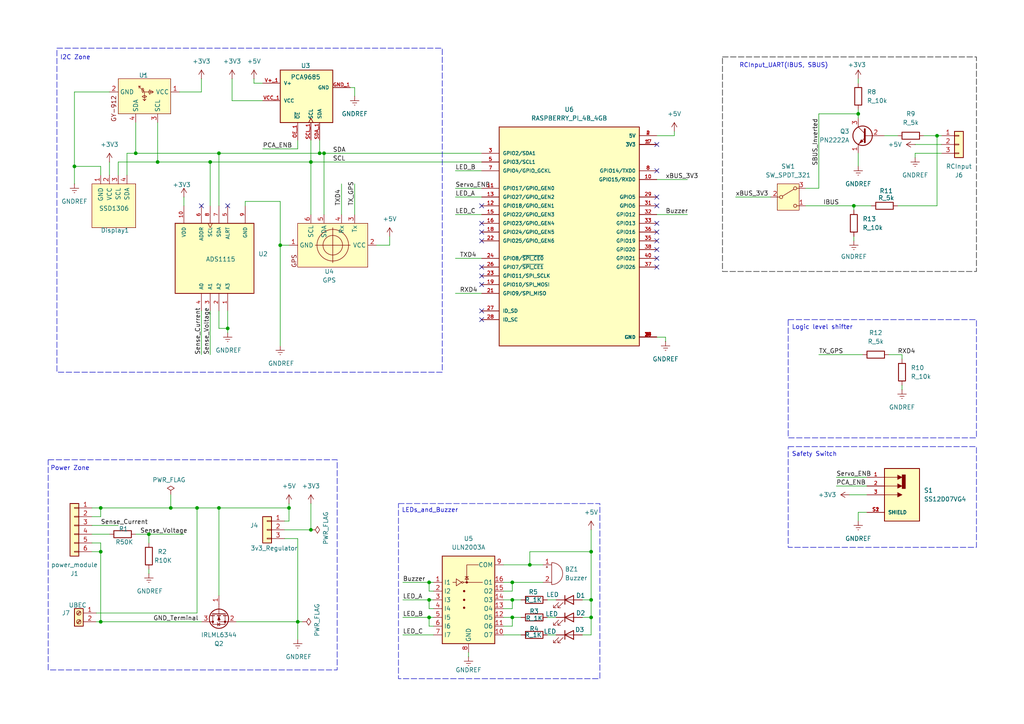
<source format=kicad_sch>
(kicad_sch (version 20231120) (generator "eeschema") (generator_version "8.0")
  (paper "A4")
  (title_block (title "OBAL V2.0") (date "2025-01-11") (rev "1.4") (company "akhodeir") (comment 1 "Open Source Board (Ardupilot)") (comment 2 "GNU v3"))
  (lib_symbols
    (symbol "815:PCA9685_Module" (pin_names (offset 1.016))
      (property "Reference" "U" (at -12.7 28.702 0))
      (property "Value" "PCA9685" (at -11.43 -9.652 0))
      (symbol "PCA9685_Module_0_0"
        (pin power_in line (at 0 -12.7 90) (length 5.08) (name "GND") (number "GND_1"))
        (pin input line (at -15.24 2.54 0) (length 5.08) (name "~{OE}") (number "OE_1"))
        (pin input clock (at -15.24 -1.27 0) (length 5.08) (name "SCL") (number "SCL_1"))
        (pin bidirectional line (at -15.24 -3.81 0) (length 5.08) (name "SDA") (number "SDA_1"))
        (pin power_in line (at 1.27 12.7 270) (length 5.08) (name "V+") (number "V+_1"))
        (pin power_in line (at -3.81 12.7 270) (length 5.08) (name "VCC") (number "VCC_1"))
      )
      (symbol "PCA9685_Module_1_0"
        (pin no_connect line (at 3.81 -12.7 90) (length 5.08) hide (name "GND") (number "GND_2"))
        (pin no_connect line (at -15.24 5.08 0) (length 5.08) hide (name "~{OE}") (number "OE_2"))
        (pin no_connect clock (at -15.24 0 0) (length 5.08) hide (name "SCL") (number "SCL_2"))
        (pin no_connect line (at -15.24 -5.08 0) (length 5.08) hide (name "SDA") (number "SDA_2"))
        (pin no_connect line (at -1.27 12.7 270) (length 5.08) hide (name "V+") (number "V+_2"))
        (pin no_connect line (at -6.35 12.7 270) (length 5.08) hide (name "VCC") (number "VCC_2"))
      )
    )
    (symbol "ADS1115:1085" (pin_names (offset 1.016))
      (property "Reference" "U" (at -10.16 10.795 0))
      (property "Value" "ADS1115" (at -10.16 -15.24 0))
      (symbol "1085_0_0"
        (pin input line (at -15.24 -5.08 0) (length 5.08) (name "A3") (number "1"))
        (pin power_in line (at 15.24 7.62 180) (length 5.08) (name "VDD") (number "10"))
        (pin input line (at -15.24 -2.54 0) (length 5.08) (name "A2") (number "2"))
        (pin input line (at -15.24 0 0) (length 5.08) (name "A1") (number "3"))
        (pin input line (at -15.24 2.54 0) (length 5.08) (name "A0") (number "4"))
        (pin output line (at 15.24 -5.08 180) (length 5.08) (name "ALRT") (number "5"))
        (pin input line (at 15.24 2.54 180) (length 5.08) (name "ADDR") (number "6"))
        (pin bidirectional line (at 15.24 -2.54 180) (length 5.08) (name "SDA") (number "7"))
        (pin input clock (at 15.24 0 180) (length 5.08) (name "SCL") (number "8"))
        (pin power_in line (at 15.24 -10.16 180) (length 5.08) (name "GND") (number "9"))
      )
    )
    (symbol "Connector:Screw_Terminal_01x02" (pin_names (offset 1.016) hide)
      (property "Reference" "J" (at 0 2.54 0))
      (property "Value" "Screw_Terminal_01x02" (at 0 -5.08 0))
      (symbol "Screw_Terminal_01x02_1_1"
        (pin passive line (at -5.08 0 0) (length 3.81) (name "Pin_1") (number "1"))
        (pin passive line (at -5.08 -2.54 0) (length 3.81) (name "Pin_2") (number "2"))
      )
    )
    (symbol "Connector_Generic:Conn_01x03" (pin_names (offset 1.016) hide)
      (property "Reference" "J" (at 0 5.08 0))
      (property "Value" "Conn_01x03" (at 0 -5.08 0))
      (symbol "Conn_01x03_1_1"
        (pin passive line (at -5.08 2.54 0) (length 3.81) (name "Pin_1") (number "1"))
        (pin passive line (at -5.08 0 0) (length 3.81) (name "Pin_2") (number "2"))
        (pin passive line (at -5.08 -2.54 0) (length 3.81) (name "Pin_3") (number "3"))
      )
    )
    (symbol "Connector_Generic:Conn_01x06" (pin_names (offset 1.016) hide)
      (property "Reference" "J" (at 0 7.62 0))
      (property "Value" "Conn_01x06" (at 0 -10.16 0))
      (symbol "Conn_01x06_1_1"
        (pin passive line (at -5.08 5.08 0) (length 3.81) (name "Pin_1") (number "1"))
        (pin passive line (at -5.08 2.54 0) (length 3.81) (name "Pin_2") (number "2"))
        (pin passive line (at -5.08 0 0) (length 3.81) (name "Pin_3") (number "3"))
        (pin passive line (at -5.08 -2.54 0) (length 3.81) (name "Pin_4") (number "4"))
        (pin passive line (at -5.08 -5.08 0) (length 3.81) (name "Pin_5") (number "5"))
        (pin passive line (at -5.08 -7.62 0) (length 3.81) (name "Pin_6") (number "6"))
      )
    )
    (symbol "Device:Buzzer" (pin_names (offset 0.0254) hide)
      (property "Reference" "BZ" (at 3.81 1.27 0))
      (property "Value" "Buzzer" (at 3.81 -1.27 0))
      (symbol "Buzzer_1_1"
        (pin passive line (at -2.54 2.54 0) (length 2.54) (name "+") (number "1"))
        (pin passive line (at -2.54 -2.54 0) (length 2.54) (name "-") (number "2"))
      )
    )
    (symbol "Device:LED" (pin_numbers hide) (pin_names (offset 1.016) hide)
      (property "Reference" "D" (at 0 2.54 0))
      (property "Value" "LED" (at 0 -2.54 0))
      (symbol "LED_1_1"
        (pin passive line (at -3.81 0 0) (length 2.54) (name "K") (number "1"))
        (pin passive line (at 3.81 0 180) (length 2.54) (name "A") (number "2"))
      )
    )
    (symbol "Device:R" (pin_numbers hide) (pin_names (offset 0))
      (property "Reference" "R" (at 2.032 0 90))
      (property "Value" "R" (at 0 0 90))
      (symbol "R_1_1"
        (pin passive line (at 0 3.81 270) (length 1.27) (name "~") (number "1"))
        (pin passive line (at 0 -3.81 90) (length 1.27) (name "~") (number "2"))
      )
    )
    (symbol "RASPBERRY_PI_4B_4GB:RASPBERRY_PI_4B_4GB" (pin_names (offset 1.016))
      (property "Reference" "U6" (at 0 38.1 0))
      (property "Value" "RASPBERRY_PI_4B_4GB" (at 0 35.56 0))
      (symbol "RASPBERRY_PI_4B_4GB_0_0"
        (pin power_in line (at 25.4 27.94 180) (length 5.08) (name "3V3") (number "1"))
        (pin bidirectional line (at 25.4 17.78 180) (length 5.08) (name "GPIO15/RXD0") (number "10"))
        (pin bidirectional line (at -25.4 15.24 0) (length 5.08) (name "GPIO17/GPIO_GEN0") (number "11"))
        (pin bidirectional line (at -25.4 10.16 0) (length 5.08) (name "GPIO18/GPIO_GEN1") (number "12"))
        (pin bidirectional line (at -25.4 12.7 0) (length 5.08) (name "GPIO27/GPIO_GEN2") (number "13"))
        (pin power_in line (at 25.4 -27.94 180) (length 5.08) (name "GND") (number "14"))
        (pin bidirectional line (at -25.4 7.62 0) (length 5.08) (name "GPIO22/GPIO_GEN3") (number "15"))
        (pin bidirectional line (at -25.4 5.08 0) (length 5.08) (name "GPIO23/GPIO_GEN4") (number "16"))
        (pin power_in line (at 25.4 27.94 180) (length 5.08) (name "3V3") (number "17"))
        (pin bidirectional line (at -25.4 2.54 0) (length 5.08) (name "GPIO24/GPIO_GEN5") (number "18"))
        (pin bidirectional line (at -25.4 -12.7 0) (length 5.08) (name "GPIO10/SPI_MOSI") (number "19"))
        (pin power_in line (at 25.4 30.48 180) (length 5.08) (name "5V") (number "2"))
        (pin power_in line (at 25.4 -27.94 180) (length 5.08) (name "GND") (number "20"))
        (pin bidirectional line (at -25.4 -15.24 0) (length 5.08) (name "GPIO9/SPI_MISO") (number "21"))
        (pin bidirectional line (at -25.4 0 0) (length 5.08) (name "GPIO25/GPIO_GEN6") (number "22"))
        (pin bidirectional line (at -25.4 -10.16 0) (length 5.08) (name "GPIO11/SPI_SCLK") (number "23"))
        (pin bidirectional line (at -25.4 -5.08 0) (length 5.08) (name "GPIO8/~{SPI_CE0}") (number "24"))
        (pin power_in line (at 25.4 -27.94 180) (length 5.08) (name "GND") (number "25"))
        (pin bidirectional line (at -25.4 -7.62 0) (length 5.08) (name "GPIO7/~{SPI_CE1}") (number "26"))
        (pin bidirectional line (at -25.4 -20.32 0) (length 5.08) (name "ID_SD") (number "27"))
        (pin bidirectional line (at -25.4 -22.86 0) (length 5.08) (name "ID_SC") (number "28"))
        (pin bidirectional line (at 25.4 12.7 180) (length 5.08) (name "GPIO5") (number "29"))
        (pin bidirectional line (at -25.4 25.4 0) (length 5.08) (name "GPIO2/SDA1") (number "3"))
        (pin power_in line (at 25.4 -27.94 180) (length 5.08) (name "GND") (number "30"))
        (pin bidirectional line (at 25.4 10.16 180) (length 5.08) (name "GPIO6") (number "31"))
        (pin bidirectional line (at 25.4 7.62 180) (length 5.08) (name "GPIO12") (number "32"))
        (pin bidirectional line (at 25.4 5.08 180) (length 5.08) (name "GPIO13") (number "33"))
        (pin power_in line (at 25.4 -27.94 180) (length 5.08) (name "GND") (number "34"))
        (pin bidirectional line (at 25.4 0 180) (length 5.08) (name "GPIO19") (number "35"))
        (pin bidirectional line (at 25.4 2.54 180) (length 5.08) (name "GPIO16") (number "36"))
        (pin bidirectional line (at 25.4 -7.62 180) (length 5.08) (name "GPIO26") (number "37"))
        (pin bidirectional line (at 25.4 -2.54 180) (length 5.08) (name "GPIO20") (number "38"))
        (pin power_in line (at 25.4 -27.94 180) (length 5.08) (name "GND") (number "39"))
        (pin power_in line (at 25.4 30.48 180) (length 5.08) (name "5V") (number "4"))
        (pin bidirectional line (at 25.4 -5.08 180) (length 5.08) (name "GPIO21") (number "40"))
        (pin bidirectional line (at -25.4 22.86 0) (length 5.08) (name "GPIO3/SCL1") (number "5"))
        (pin power_in line (at 25.4 -27.94 180) (length 5.08) (name "GND") (number "6"))
        (pin bidirectional line (at -25.4 20.32 0) (length 5.08) (name "GPIO4/GPIO_GCKL") (number "7"))
        (pin bidirectional line (at 25.4 20.32 180) (length 5.08) (name "GPIO14/TXD0") (number "8"))
        (pin power_in line (at 25.4 -27.94 180) (length 5.08) (name "GND") (number "9"))
      )
    )
    (symbol "SS12D07VG4:SS12D07VG4" (pin_names (offset 1.016))
      (property "Reference" "S" (at -5.08 8.89 0))
      (property "Value" "SS12D07VG4" (at -5.08 -8.89 0))
      (symbol "SS12D07VG4_0_0"
        (pin passive line (at -10.16 5.08 0) (length 5.08) (name "~") (number "1"))
        (pin passive line (at -10.16 2.54 0) (length 5.08) (name "~") (number "2"))
        (pin passive line (at -10.16 0 0) (length 5.08) (name "~") (number "3"))
        (pin passive line (at -10.16 -5.08 0) (length 5.08) (name "SHIELD") (number "S1"))
        (pin passive line (at -10.16 -5.08 0) (length 5.08) (name "SHIELD") (number "S2"))
      )
    )
    (symbol "SSD1306-128x64_OLED1:SSD1306" (pin_names (offset 1.016))
      (property "Reference" "Brd" (at 0 -3.81 0))
      (property "Value" "SSD1306" (at 0 -1.27 0))
      (symbol "SSD1306_1_1"
        (pin power_in line (at -3.81 8.89 270) (length 2.54) (name "GND") (number "1"))
        (pin power_in line (at -1.27 8.89 270) (length 2.54) (name "VCC") (number "2"))
        (pin input line (at 1.27 8.89 270) (length 2.54) (name "SCL") (number "3"))
        (pin input line (at 3.81 8.89 270) (length 2.54) (name "SDA") (number "4"))
      )
    )
    (symbol "Switch:SW_SPDT_321" (pin_names (offset 1) hide)
      (property "Reference" "SW" (at 0 5.08 0))
      (property "Value" "SW_SPDT_321" (at 0 -5.08 0))
      (symbol "SW_SPDT_321_1_1"
        (pin passive line (at 5.08 -2.54 180) (length 2.54) (name "C") (number "1"))
        (pin passive line (at -5.08 0 0) (length 2.54) (name "B") (number "2"))
        (pin passive line (at 5.08 2.54 180) (length 2.54) (name "A") (number "3"))
      )
    )
    (symbol "Transistor_Array:ULN2003A"
      (property "Reference" "U" (at 0 15.875 0))
      (property "Value" "ULN2003A" (at 0 13.97 0))
      (symbol "ULN2003A_1_1"
        (pin input line (at -10.16 5.08 0) (length 2.54) (name "I1") (number "1"))
        (pin open_collector line (at 10.16 -10.16 180) (length 2.54) (name "O7") (number "10"))
        (pin open_collector line (at 10.16 -7.62 180) (length 2.54) (name "O6") (number "11"))
        (pin open_collector line (at 10.16 -5.08 180) (length 2.54) (name "O5") (number "12"))
        (pin open_collector line (at 10.16 -2.54 180) (length 2.54) (name "O4") (number "13"))
        (pin open_collector line (at 10.16 0 180) (length 2.54) (name "O3") (number "14"))
        (pin open_collector line (at 10.16 2.54 180) (length 2.54) (name "O2") (number "15"))
        (pin open_collector line (at 10.16 5.08 180) (length 2.54) (name "O1") (number "16"))
        (pin input line (at -10.16 2.54 0) (length 2.54) (name "I2") (number "2"))
        (pin input line (at -10.16 0 0) (length 2.54) (name "I3") (number "3"))
        (pin input line (at -10.16 -2.54 0) (length 2.54) (name "I4") (number "4"))
        (pin input line (at -10.16 -5.08 0) (length 2.54) (name "I5") (number "5"))
        (pin input line (at -10.16 -7.62 0) (length 2.54) (name "I6") (number "6"))
        (pin input line (at -10.16 -10.16 0) (length 2.54) (name "I7") (number "7"))
        (pin power_in line (at 0 -15.24 90) (length 2.54) (name "GND") (number "8"))
        (pin passive line (at 10.16 10.16 180) (length 2.54) (name "COM") (number "9"))
      )
    )
    (symbol "Transistor_BJT:PN2222A" (pin_names (offset 0) hide)
      (property "Reference" "Q" (at 5.08 1.905 0))
      (property "Value" "PN2222A" (at 5.08 0 0))
      (symbol "PN2222A_1_1"
        (pin passive line (at 2.54 -5.08 90) (length 2.54) (name "E") (number "1"))
        (pin input line (at -5.08 0 0) (length 5.08) (name "B") (number "2"))
        (pin passive line (at 2.54 5.08 270) (length 2.54) (name "C") (number "3"))
      )
    )
    (symbol "myLibs:GY-912"
      (property "Reference" "U" (at 0 0 0))
      (symbol "GY-912_1_1"
        (text "GY-912" (at 4.826 -8.89 0) (effects (font (size 1.27 1.27))))
        (pin power_in line (at 0 10.16 270) (length 2.54) (name "VCC") (number "1"))
        (pin power_in line (at 0 -10.16 90) (length 2.54) (name "GND") (number "2"))
        (pin input line (at 8.89 3.81 180) (length 2.54) (name "SCL") (number "3"))
        (pin input line (at 8.89 -2.54 180) (length 2.54) (name "SDA") (number "4"))
        (pin no_connect non_logic (at -6.35 6.35 0) (length 2.54) hide (name "V_IN") (number "5"))
        (pin no_connect non_logic (at -6.35 3.81 0) (length 2.54) hide (name "Address") (number "6"))
        (pin no_connect non_logic (at -6.35 1.27 0) (length 2.54) hide (name "NCS") (number "7"))
        (pin no_connect non_logic (at -6.35 -1.27 0) (length 2.54) hide (name "CSB") (number "8"))
      )
    )
    (symbol "myLibs:HGLRC_M100_5883_GPS"
      (property "Reference" "U" (at 0 0 0))
      (symbol "HGLRC_M100_5883_GPS_1_1"
        (text "GPS" (at -4.572 -11.176 0) (effects (font (size 1.27 1.27))))
        (pin power_in line (at 0 -12.7 90) (length 2.54) (name "GND") (number "1"))
        (pin power_in line (at 0 12.7 270) (length 2.54) (name "VCC") (number "2"))
        (pin output line (at 8.89 6.35 180) (length 2.54) (name "Tx") (number "3"))
        (pin input line (at 8.89 2.54 180) (length 2.54) (name "Rx") (number "4"))
        (pin input line (at 8.89 -2.54 180) (length 2.54) (name "SDA") (number "5"))
        (pin input line (at 8.89 -6.35 180) (length 2.54) (name "SCL") (number "6"))
      )
    )
    (symbol "myLibs:IRLML6344" (pin_names hide)
      (property "Reference" "Q" (at 5.08 1.905 0))
      (property "Value" "IRLML6344" (at 5.08 0 0))
      (symbol "IRLML6344_1_1"
        (pin input line (at -5.08 0 0) (length 2.54) (name "G") (number "1"))
        (pin passive line (at 2.54 -5.08 90) (length 2.54) (name "D") (number "2"))
        (pin passive line (at 2.54 5.08 270) (length 2.54) (name "S") (number "3"))
      )
    )
    (symbol "power:+3V3" (power) (pin_numbers hide) (pin_names (offset 0) hide)
      (property "Value" "+3V3" (at 0 3.556 0))
      (symbol "+3V3_1_1"
        (pin power_in line (at 0 0 90) (length 0) (name "~") (number "1"))
      )
    )
    (symbol "power:+5V" (power) (pin_numbers hide) (pin_names (offset 0) hide)
      (property "Value" "+5V" (at 0 3.556 0))
      (symbol "+5V_1_1"
        (pin power_in line (at 0 0 90) (length 0) (name "~") (number "1"))
      )
    )
    (symbol "power:GNDREF" (power) (pin_numbers hide) (pin_names (offset 0) hide)
      (property "Value" "GNDREF" (at 0 -3.81 0))
      (symbol "GNDREF_1_1"
        (pin power_in line (at 0 0 270) (length 0) (name "~") (number "1"))
      )
    )
    (symbol "power:PWR_FLAG" (power) (pin_numbers hide) (pin_names (offset 0) hide)
      (property "Value" "PWR_FLAG" (at 0 3.81 0))
      (symbol "PWR_FLAG_0_0"
        (pin power_out line (at 0 0 90) (length 0) (name "~") (number "1"))
      )
    )
  )
  (junction (at 171.45 160.02))
  (junction (at 171.45 173.99))
  (junction (at 90.17 46.99))
  (junction (at 124.46 168.91))
  (junction (at 148.59 168.91))
  (junction (at 29.21 147.32))
  (junction (at 21.59 48.26))
  (junction (at 81.28 71.12))
  (junction (at 57.15 147.32))
  (junction (at 43.18 154.94))
  (junction (at 86.36 180.34))
  (junction (at 93.98 44.45))
  (junction (at 124.46 173.99))
  (junction (at 49.53 147.32))
  (junction (at 171.45 179.07))
  (junction (at 60.96 46.99))
  (junction (at 153.67 163.83))
  (junction (at 90.17 153.67))
  (junction (at 83.82 147.32))
  (junction (at 29.21 160.02))
  (junction (at 148.59 179.07))
  (junction (at 247.65 59.69))
  (junction (at 66.04 95.25))
  (junction (at 63.5 44.45))
  (junction (at 63.5 147.32))
  (junction (at 148.59 173.99))
  (junction (at 248.92 33.02))
  (junction (at 271.78 39.37))
  (junction (at 92.71 44.45))
  (junction (at 39.37 44.45))
  (junction (at 29.21 180.34))
  (junction (at 45.72 46.99))
  (junction (at 124.46 179.07))
  (no_connect (at 190.5 74.93))
  (no_connect (at 139.7 59.69))
  (no_connect (at 190.5 57.15))
  (no_connect (at 190.5 49.53))
  (no_connect (at 139.7 92.71))
  (no_connect (at 139.7 69.85))
  (no_connect (at 190.5 41.91))
  (no_connect (at 190.5 77.47))
  (no_connect (at 190.5 59.69))
  (no_connect (at 139.7 77.47))
  (no_connect (at 190.5 69.85))
  (no_connect (at 190.5 72.39))
  (no_connect (at 139.7 80.01))
  (no_connect (at 139.7 90.17))
  (no_connect (at 190.5 67.31))
  (no_connect (at 66.04 59.69))
  (no_connect (at 139.7 64.77))
  (no_connect (at 190.5 64.77))
  (no_connect (at 58.42 59.69))
  (no_connect (at 139.7 67.31))
  (no_connect (at 139.7 82.55))
  (wire (pts (xy 148.59 171.45) (xy 148.59 168.91)))
  (wire (pts (xy 168.91 173.99) (xy 171.45 173.99)))
  (wire (pts (xy 99.06 53.34) (xy 99.06 62.23)))
  (wire (pts (xy 171.45 184.15) (xy 168.91 184.15)))
  (wire (pts (xy 63.5 44.45) (xy 92.71 44.45)))
  (wire (pts (xy 158.75 184.15) (xy 161.29 184.15)))
  (wire (pts (xy 260.35 59.69) (xy 271.78 59.69)))
  (wire (pts (xy 86.36 40.64) (xy 86.36 43.18)))
  (wire (pts (xy 109.22 71.12) (xy 113.03 71.12)))
  (wire (pts (xy 246.38 143.51) (xy 251.46 143.51)))
  (wire (pts (xy 242.57 140.97) (xy 251.46 140.97)))
  (wire (pts (xy 171.45 179.07) (xy 171.45 184.15)))
  (wire (pts (xy 34.29 46.99) (xy 45.72 46.99)))
  (wire (pts (xy 43.18 154.94) (xy 53.34 154.94)))
  (wire (pts (xy 81.28 71.12) (xy 81.28 100.33)))
  (wire (pts (xy 237.49 54.61) (xy 233.68 54.61)))
  (wire (pts (xy 63.5 44.45) (xy 39.37 44.45)))
  (wire (pts (xy 90.17 40.64) (xy 90.17 46.99)))
  (wire (pts (xy 43.18 165.1) (xy 43.18 166.37)))
  (wire (pts (xy 251.46 148.59) (xy 248.92 148.59)))
  (wire (pts (xy 168.91 179.07) (xy 171.45 179.07)))
  (wire (pts (xy 265.43 44.45) (xy 273.05 44.45)))
  (wire (pts (xy 248.92 33.02) (xy 248.92 34.29)))
  (wire (pts (xy 124.46 173.99) (xy 124.46 176.53)))
  (wire (pts (xy 146.05 168.91) (xy 148.59 168.91)))
  (wire (pts (xy 153.67 163.83) (xy 157.48 163.83)))
  (wire (pts (xy 260.35 39.37) (xy 256.54 39.37)))
  (wire (pts (xy 113.03 68.58) (xy 113.03 71.12)))
  (wire (pts (xy 26.67 160.02) (xy 29.21 160.02)))
  (wire (pts (xy 237.49 33.02) (xy 237.49 54.61)))
  (wire (pts (xy 93.98 44.45) (xy 93.98 62.23)))
  (wire (pts (xy 92.71 40.64) (xy 92.71 44.45)))
  (wire (pts (xy 139.7 85.09) (xy 132.08 85.09)))
  (wire (pts (xy 60.96 90.17) (xy 60.96 102.87)))
  (wire (pts (xy 261.62 102.87) (xy 261.62 104.14)))
  (wire (pts (xy 26.67 152.4) (xy 34.29 152.4)))
  (wire (pts (xy 29.21 160.02) (xy 29.21 180.34)))
  (wire (pts (xy 116.84 179.07) (xy 124.46 179.07)))
  (wire (pts (xy 257.81 102.87) (xy 261.62 102.87)))
  (wire (pts (xy 58.42 22.86) (xy 58.42 26.67)))
  (wire (pts (xy 29.21 180.34) (xy 58.42 180.34)))
  (wire (pts (xy 271.78 39.37) (xy 271.78 59.69)))
  (wire (pts (xy 45.72 35.56) (xy 45.72 46.99)))
  (wire (pts (xy 57.15 147.32) (xy 57.15 177.8)))
  (wire (pts (xy 21.59 26.67) (xy 21.59 48.26)))
  (wire (pts (xy 92.71 44.45) (xy 93.98 44.45)))
  (wire (pts (xy 90.17 46.99) (xy 139.7 46.99)))
  (wire (pts (xy 273.05 41.91) (xy 265.43 41.91)))
  (wire (pts (xy 63.5 147.32) (xy 63.5 172.72)))
  (wire (pts (xy 261.62 111.76) (xy 261.62 113.03)))
  (wire (pts (xy 125.73 176.53) (xy 124.46 176.53)))
  (wire (pts (xy 171.45 160.02) (xy 171.45 173.99)))
  (wire (pts (xy 27.94 180.34) (xy 29.21 180.34)))
  (wire (pts (xy 67.31 29.21) (xy 76.2 29.21)))
  (wire (pts (xy 124.46 173.99) (xy 125.73 173.99)))
  (wire (pts (xy 193.04 97.79) (xy 193.04 99.06)))
  (wire (pts (xy 247.65 59.69) (xy 247.65 60.96)))
  (wire (pts (xy 247.65 68.58) (xy 247.65 69.85)))
  (wire (pts (xy 265.43 45.72) (xy 265.43 44.45)))
  (wire (pts (xy 171.45 160.02) (xy 153.67 160.02)))
  (wire (pts (xy 81.28 58.42) (xy 71.12 58.42)))
  (wire (pts (xy 26.67 157.48) (xy 29.21 157.48)))
  (wire (pts (xy 116.84 168.91) (xy 124.46 168.91)))
  (wire (pts (xy 29.21 157.48) (xy 29.21 160.02)))
  (wire (pts (xy 73.66 24.13) (xy 76.2 24.13)))
  (wire (pts (xy 237.49 33.02) (xy 248.92 33.02)))
  (wire (pts (xy 68.58 180.34) (xy 86.36 180.34)))
  (wire (pts (xy 31.75 26.67) (xy 21.59 26.67)))
  (wire (pts (xy 148.59 173.99) (xy 151.13 173.99)))
  (wire (pts (xy 248.92 44.45) (xy 248.92 48.26)))
  (wire (pts (xy 21.59 48.26) (xy 29.21 48.26)))
  (wire (pts (xy 21.59 53.34) (xy 21.59 48.26)))
  (wire (pts (xy 190.5 62.23) (xy 199.39 62.23)))
  (wire (pts (xy 71.12 58.42) (xy 71.12 59.69)))
  (wire (pts (xy 148.59 168.91) (xy 157.48 168.91)))
  (wire (pts (xy 146.05 184.15) (xy 151.13 184.15)))
  (wire (pts (xy 132.08 54.61) (xy 139.7 54.61)))
  (wire (pts (xy 36.83 44.45) (xy 36.83 50.8)))
  (wire (pts (xy 135.89 189.23) (xy 135.89 190.5)))
  (wire (pts (xy 146.05 181.61) (xy 148.59 181.61)))
  (wire (pts (xy 237.49 102.87) (xy 250.19 102.87)))
  (wire (pts (xy 58.42 90.17) (xy 58.42 102.87)))
  (wire (pts (xy 146.05 171.45) (xy 148.59 171.45)))
  (wire (pts (xy 26.67 147.32) (xy 29.21 147.32)))
  (wire (pts (xy 76.2 43.18) (xy 86.36 43.18)))
  (wire (pts (xy 63.5 95.25) (xy 66.04 95.25)))
  (wire (pts (xy 132.08 62.23) (xy 139.7 62.23)))
  (wire (pts (xy 213.36 57.15) (xy 223.52 57.15)))
  (wire (pts (xy 271.78 39.37) (xy 267.97 39.37)))
  (wire (pts (xy 27.94 177.8) (xy 57.15 177.8)))
  (wire (pts (xy 195.58 39.37) (xy 190.5 39.37)))
  (wire (pts (xy 153.67 160.02) (xy 153.67 163.83)))
  (wire (pts (xy 29.21 149.86) (xy 29.21 147.32)))
  (wire (pts (xy 102.87 53.34) (xy 102.87 62.23)))
  (wire (pts (xy 60.96 46.99) (xy 90.17 46.99)))
  (wire (pts (xy 26.67 154.94) (xy 31.75 154.94)))
  (wire (pts (xy 146.05 176.53) (xy 148.59 176.53)))
  (wire (pts (xy 86.36 180.34) (xy 86.36 185.42)))
  (wire (pts (xy 101.6 25.4) (xy 102.87 25.4)))
  (wire (pts (xy 248.92 22.86) (xy 248.92 24.13)))
  (wire (pts (xy 60.96 46.99) (xy 60.96 59.69)))
  (wire (pts (xy 34.29 46.99) (xy 34.29 50.8)))
  (wire (pts (xy 43.18 154.94) (xy 43.18 157.48)))
  (wire (pts (xy 116.84 184.15) (xy 125.73 184.15)))
  (wire (pts (xy 124.46 179.07) (xy 125.73 179.07)))
  (wire (pts (xy 57.15 147.32) (xy 63.5 147.32)))
  (wire (pts (xy 248.92 148.59) (xy 248.92 151.13)))
  (wire (pts (xy 82.55 156.21) (xy 86.36 156.21)))
  (wire (pts (xy 132.08 57.15) (xy 139.7 57.15)))
  (wire (pts (xy 39.37 154.94) (xy 43.18 154.94)))
  (wire (pts (xy 29.21 48.26) (xy 29.21 50.8)))
  (wire (pts (xy 39.37 35.56) (xy 39.37 44.45)))
  (wire (pts (xy 158.75 173.99) (xy 161.29 173.99)))
  (wire (pts (xy 233.68 59.69) (xy 247.65 59.69)))
  (wire (pts (xy 83.82 146.05) (xy 83.82 147.32)))
  (wire (pts (xy 63.5 90.17) (xy 63.5 95.25)))
  (wire (pts (xy 148.59 179.07) (xy 151.13 179.07)))
  (wire (pts (xy 90.17 46.99) (xy 90.17 62.23)))
  (wire (pts (xy 132.08 74.93) (xy 139.7 74.93)))
  (wire (pts (xy 63.5 147.32) (xy 83.82 147.32)))
  (wire (pts (xy 66.04 90.17) (xy 66.04 95.25)))
  (wire (pts (xy 247.65 59.69) (xy 252.73 59.69)))
  (wire (pts (xy 242.57 138.43) (xy 251.46 138.43)))
  (wire (pts (xy 29.21 147.32) (xy 49.53 147.32)))
  (wire (pts (xy 93.98 44.45) (xy 139.7 44.45)))
  (wire (pts (xy 195.58 38.1) (xy 195.58 39.37)))
  (wire (pts (xy 90.17 146.05) (xy 90.17 153.67)))
  (wire (pts (xy 81.28 71.12) (xy 83.82 71.12)))
  (wire (pts (xy 31.75 46.99) (xy 31.75 50.8)))
  (wire (pts (xy 124.46 179.07) (xy 124.46 181.61)))
  (wire (pts (xy 124.46 171.45) (xy 124.46 168.91)))
  (wire (pts (xy 146.05 173.99) (xy 148.59 173.99)))
  (wire (pts (xy 116.84 173.99) (xy 124.46 173.99)))
  (wire (pts (xy 73.66 22.86) (xy 73.66 24.13)))
  (wire (pts (xy 125.73 171.45) (xy 124.46 171.45)))
  (wire (pts (xy 171.45 173.99) (xy 171.45 179.07)))
  (wire (pts (xy 273.05 39.37) (xy 271.78 39.37)))
  (wire (pts (xy 67.31 22.86) (xy 67.31 29.21)))
  (wire (pts (xy 83.82 151.13) (xy 83.82 147.32)))
  (wire (pts (xy 57.15 147.32) (xy 49.53 147.32)))
  (wire (pts (xy 248.92 31.75) (xy 248.92 33.02)))
  (wire (pts (xy 125.73 181.61) (xy 124.46 181.61)))
  (wire (pts (xy 86.36 156.21) (xy 86.36 180.34)))
  (wire (pts (xy 158.75 179.07) (xy 161.29 179.07)))
  (wire (pts (xy 148.59 181.61) (xy 148.59 179.07)))
  (wire (pts (xy 53.34 57.15) (xy 53.34 59.69)))
  (wire (pts (xy 190.5 97.79) (xy 193.04 97.79)))
  (wire (pts (xy 49.53 143.51) (xy 49.53 147.32)))
  (wire (pts (xy 102.87 25.4) (xy 102.87 27.94)))
  (wire (pts (xy 82.55 151.13) (xy 83.82 151.13)))
  (wire (pts (xy 45.72 46.99) (xy 60.96 46.99)))
  (wire (pts (xy 146.05 179.07) (xy 148.59 179.07)))
  (wire (pts (xy 90.17 153.67) (xy 82.55 153.67)))
  (wire (pts (xy 81.28 71.12) (xy 81.28 58.42)))
  (wire (pts (xy 148.59 176.53) (xy 148.59 173.99)))
  (wire (pts (xy 26.67 149.86) (xy 29.21 149.86)))
  (wire (pts (xy 146.05 163.83) (xy 153.67 163.83)))
  (wire (pts (xy 87.63 180.34) (xy 86.36 180.34)))
  (wire (pts (xy 66.04 95.25) (xy 66.04 96.52)))
  (wire (pts (xy 132.08 49.53) (xy 139.7 49.53)))
  (wire (pts (xy 171.45 153.67) (xy 171.45 160.02)))
  (wire (pts (xy 124.46 168.91) (xy 125.73 168.91)))
  (wire (pts (xy 190.5 52.07) (xy 199.39 52.07)))
  (wire (pts (xy 52.07 26.67) (xy 58.42 26.67)))
  (wire (pts (xy 39.37 44.45) (xy 36.83 44.45)))
  (wire (pts (xy 63.5 44.45) (xy 63.5 59.69)))
  (rectangle (start 13.97 133.35) (end 97.79 194.31) (stroke (width 0) (type dash)))
  (rectangle (start 16.51 13.97) (end 128.27 107.95) (stroke (width 0) (type dash)))
  (rectangle (start 228.6 92.71) (end 283.21 127) (stroke (width 0) (type dash)))
  (rectangle (start 228.6 129.54) (end 283.21 158.75) (stroke (width 0) (type dash)))
  (rectangle (start 209.55 16.51) (end 283.21 78.74) (stroke (width 0) (type dash) (color 0 0 0 1)))
  (rectangle (start 115.57 146.05) (end 173.99 196.85) (stroke (width 0) (type dash)))
  (text "I2C Zone" (at 21.844 16.764 0) (effects (font (size 1.27 1.27))))
  (text "Power Zone" (at 20.32 135.89 0) (effects (font (size 1.27 1.27))))
  (text "LEDs_and_Buzzer" (at 124.714 148.082 0) (effects (font (size 1.27 1.27))))
  (text "Safety Switch" (at 236.22 131.826 0) (effects (font (size 1.27 1.27))))
  (text "Logic level shifter" (at 238.506 94.996 0) (effects (font (size 1.27 1.27))))
  (text "RCInput_UART(IBUS, SBUS)" (at 227.33 19.05 0) (effects (font (size 1.27 1.27))))
  (label "xBUS_3V3" (at 193.04 52.07 0))
  (label "TX_GPS" (at 237.49 102.87 0))
  (label "RXD4" (at 133.35 85.09 0))
  (label "TXD4" (at 133.35 74.93 0))
  (label "Buzzer" (at 116.84 168.91 0))
  (label "Servo_ENB" (at 132.08 54.61 0))
  (label "LED_C" (at 116.84 184.15 0))
  (label "Sense_Voltage" (at 40.64 154.94 0))
  (label "PCA_ENB" (at 76.2 43.18 0))
  (label "TXD4" (at 99.06 59.69 90))
  (label "PCA_ENB" (at 242.57 140.97 0))
  (label "RXD4" (at 260.35 102.87 0))
  (label "Buzzer" (at 193.04 62.23 0))
  (label "GND_Terminal" (at 44.45 180.34 0))
  (label "Sense_Voltage" (at 60.96 102.87 90))
  (label "LED_B" (at 116.84 179.07 0))
  (label "IBUS" (at 238.76 59.69 0))
  (label "SBUS_Inverted" (at 237.49 34.29 270))
  (label "TX_GPS" (at 102.87 59.69 90))
  (label "SDA" (at 96.52 44.45 0))
  (label "LED_A" (at 116.84 173.99 0))
  (label "LED_C" (at 132.08 62.23 0))
  (label "SCL" (at 96.52 46.99 0))
  (label "Servo_ENB" (at 242.57 138.43 0))
  (label "LED_B" (at 132.08 49.53 0))
  (label "Sense_Current" (at 29.21 152.4 0))
  (label "xBUS_3V3" (at 213.36 57.15 0))
  (label "Sense_Current" (at 58.42 102.87 90))
  (label "LED_A" (at 132.08 57.15 0))
  (symbol (lib_id "Device:LED") (at 165.1 173.99 0) (unit 1)
    (property "Reference" "D1" (at 168.402 172.72 0))
    (property "Value" "LED" (at 160.274 172.466 0))
    (property "Footprint" "LED_THT:LED_D3.0mm" (effects (hide yes)))
    (property "Description" "Light emitting diode" (effects (hide yes)))
  )
  (symbol (lib_id "Device:R") (at 35.56 154.94 90) (unit 1)
    (property "Reference" "R1" (at 35.814 153.416 90))
    (property "Value" "R50K" (at 36.068 157.226 90))
    (property "Footprint" "Resistor_THT:R_Axial_DIN0207_L6.3mm_D2.5mm_P7.62mm_Horizontal" (effects (hide yes)))
    (property "Description" "Resistor" (effects (hide yes)))
  )
  (symbol (lib_id "power:GNDREF") (at 102.87 27.94 0) (unit 1)
    (property "Reference" "#PWR012" (effects (hide yes)))
    (property "Value" "GNDREF" (at 102.87 33.02 0))
    (property "Description" "Power symbol creates a global label with name \"GNDREF\" , reference supply ground" (effects (hide yes)))
  )
  (symbol (lib_id "RASPBERRY_PI_4B_4GB:RASPBERRY_PI_4B_4GB") (at 165.1 69.85 0) (unit 1)
    (property "Reference" "U6" (at 165.1 31.75 0))
    (property "Value" "RASPBERRY_PI_4B_4GB" (at 165.1 34.29 0))
    (property "Footprint" "myLib_Footprint:RPI_4_Hat_B+" (effects (hide yes)))
    (property "MF" "Raspberry Pi" (effects (hide yes)))
    (property "MAXIMUM_PACKAGE_HEIGHT" "16 mm" (effects (hide yes)))
    (property "Package" "None" (effects (hide yes)))
    (property "Price" "None" (effects (hide yes)))
    (property "Check_prices" "https://www.snapeda.com/parts/RASPBERRY%20PI%204B/4GB/Raspberry+Pi/view-part/?ref=eda" (effects (hide yes)))
    (property "STANDARD" "Manufacturer Recommendations" (effects (hide yes)))
    (property "PARTREV" "4" (effects (hide yes)))
    (property "SnapEDA_Link" "https://www.snapeda.com/parts/RASPBERRY%20PI%204B/4GB/Raspberry+Pi/view-part/?ref=snap" (effects (hide yes)))
    (property "MP" "RASPBERRY PI 4B/4GB" (effects (hide yes)))
    (property "Description_1" "\nBCM2711 Raspberry Pi 4 Model B 4GB - ARM® Cortex®-A72 MPU Embedded Evaluation Board\n" (effects (hide yes)))
    (property "MANUFACTURER" "Raspberry Pi" (effects (hide yes)))
    (property "Availability" "In Stock" (effects (hide yes)))
    (property "SNAPEDA_PN" "RASPBERRY PI 4B/4GB" (effects (hide yes)))
  )
  (symbol (lib_id "power:GNDREF") (at 265.43 45.72 0) (mirror y) (unit 1)
    (property "Reference" "#PWR029" (effects (hide yes)))
    (property "Value" "GNDREF" (at 265.43 50.8 0))
    (property "Description" "Power symbol creates a global label with name \"GNDREF\" , reference supply ground" (effects (hide yes)))
  )
  (symbol (lib_id "ADS1115:1085") (at 60.96 74.93 90) (unit 1)
    (property "Reference" "U2" (at 74.93 73.6599 90) (effects (justify right)))
    (property "Value" "ADS1115" (at 59.69 75.184 90) (effects (justify right)))
    (property "Footprint" "ADS1115:MODULE_ADS1115" (effects (hide yes)))
    (property "MF" "Adafruit Industries" (effects (hide yes)))
    (property "MAXIMUM_PACKAGE_HEIGHT" "N/A" (effects (hide yes)))
    (property "Package" "NON STANDARD-16 Adafruit" (effects (hide yes)))
    (property "Price" "None" (effects (hide yes)))
    (property "Check_prices" "https://www.snapeda.com/parts/1085/Adafruit+Industries+LLC/view-part/?ref=eda" (effects (hide yes)))
    (property "STANDARD" "Manufacturer Recommendations" (effects (hide yes)))
    (property "PARTREV" "N/A" (effects (hide yes)))
    (property "SnapEDA_Link" "https://www.snapeda.com/parts/1085/Adafruit+Industries+LLC/view-part/?ref=snap" (effects (hide yes)))
    (property "MP" "1085" (effects (hide yes)))
    (property "Description_1" "\nADS1115 series 16 Bit 860 Samples per Second Analog to Digital Converter (ADC) Evaluation Board\n" (effects (hide yes)))
    (property "Availability" "In Stock" (effects (hide yes)))
    (property "MANUFACTURER" "Adafruit" (effects (hide yes)))
  )
  (symbol (lib_id "power:+3V3") (at 246.38 143.51 90) (mirror x) (unit 1)
    (property "Reference" "#PWR024" (effects (hide yes)))
    (property "Value" "+3V3" (at 242.57 143.5099 90) (effects (justify left)))
    (property "Description" "Power symbol creates a global label with name \"+3V3\"" (effects (hide yes)))
  )
  (symbol (lib_id "815:PCA9685_Module") (at 88.9 25.4 90) (unit 1)
    (property "Reference" "U3" (at 88.646 19.05 90))
    (property "Value" "PCA9685" (at 88.646 22.352 90))
    (property "Footprint" "PCA9685:MODULE_815" (effects (hide yes)))
    (property "MF" "Adafruit" (effects (hide yes)))
    (property "SNAPEDA_PACKAGE_ID" "124074" (effects (hide yes)))
    (property "Package" "Non-Standard Adafruit" (effects (hide yes)))
    (property "Price" "None" (effects (hide yes)))
    (property "Check_prices" "https://www.snapeda.com/parts/815/Adafruit+Industries/view-part/?ref=eda" (effects (hide yes)))
    (property "STANDARD" "Manufacturer Recommendations" (effects (hide yes)))
    (property "PARTREV" "C" (effects (hide yes)))
    (property "SnapEDA_Link" "https://www.snapeda.com/parts/815/Adafruit+Industries/view-part/?ref=snap" (effects (hide yes)))
    (property "MP" "815" (effects (hide yes)))
    (property "Description_1" "\n                        \n                            Adafruit 16-Channel 12-bit PWM/Servo Driver - I2C interface - PCA9685\n                        \n" (effects (hide yes)))
    (property "MANUFACTURER" "Adafruit" (effects (hide yes)))
    (property "Availability" "In Stock" (effects (hide yes)))
    (property "MAXIMUM_PACKAGE_HEIGHT" "N/A" (effects (hide yes)))
  )
  (symbol (lib_id "power:+3V3") (at 31.75 46.99 0) (unit 1)
    (property "Reference" "#PWR02" (effects (hide yes)))
    (property "Value" "+3V3" (at 31.75 41.91 0))
    (property "Description" "Power symbol creates a global label with name \"+3V3\"" (effects (hide yes)))
  )
  (symbol (lib_id "power:GNDREF") (at 247.65 69.85 0) (unit 1)
    (property "Reference" "#PWR026" (effects (hide yes)))
    (property "Value" "GNDREF" (at 247.65 74.422 0))
    (property "Description" "Power symbol creates a global label with name \"GNDREF\" , reference supply ground" (effects (hide yes)))
  )
  (symbol (lib_id "Switch:SW_SPDT_321") (at 228.6 57.15 0) (unit 1)
    (property "Reference" "SW1" (at 228.6 48.26 0))
    (property "Value" "SW_SPDT_321" (at 228.6 50.8 0))
    (property "Footprint" "myLib_Footprint:xBUS_Selector" (effects (hide yes)))
    (property "Description" "Switch, single pole double throw" (effects (hide yes)))
  )
  (symbol (lib_id "power:PWR_FLAG") (at 49.53 143.51 0) (unit 1)
    (property "Reference" "#FLG01" (effects (hide yes)))
    (property "Value" "PWR_FLAG" (at 49.022 139.192 0))
    (property "Description" "Special symbol for telling ERC where power comes from" (effects (hide yes)))
  )
  (symbol (lib_id "Transistor_BJT:PN2222A") (at 251.46 39.37 0) (mirror y) (unit 1)
    (property "Reference" "Q3" (at 246.38 38.0999 0) (effects (justify left)))
    (property "Value" "PN2222A" (at 246.38 40.6399 0) (effects (justify left)))
    (property "Footprint" "Package_TO_SOT_THT:TO-92_Inline_Wide" (effects (hide yes)))
    (property "Datasheet" "https://www.onsemi.com/pub/Collateral/PN2222-D.PDF" (effects (hide yes)))
    (property "Description" "1A Ic, 40V Vce, NPN Transistor, General Purpose Transistor, TO-92" (effects (hide yes)))
  )
  (symbol (lib_id "power:+5V") (at 73.66 22.86 0) (unit 1)
    (property "Reference" "#PWR07" (effects (hide yes)))
    (property "Value" "+5V" (at 73.66 17.78 0))
    (property "Description" "Power symbol creates a global label with name \"+5V\"" (effects (hide yes)))
  )
  (symbol (lib_id "power:+3V3") (at 58.42 22.86 0) (mirror y) (unit 1)
    (property "Reference" "#PWR05" (effects (hide yes)))
    (property "Value" "+3V3" (at 58.42 17.78 0))
    (property "Description" "Power symbol creates a global label with name \"+3V3\"" (effects (hide yes)))
  )
  (symbol (lib_id "power:GNDREF") (at 81.28 100.33 0) (unit 1)
    (property "Reference" "#PWR09" (effects (hide yes)))
    (property "Value" "GNDREF" (at 81.534 105.41 0))
    (property "Description" "Power symbol creates a global label with name \"GNDREF\" , reference supply ground" (effects (hide yes)))
  )
  (symbol (lib_id "Connector_Generic:Conn_01x06") (at 21.59 152.4 0) (mirror y) (unit 1)
    (property "Reference" "J1" (at 21.59 166.37 0))
    (property "Value" "power_module" (at 21.59 163.83 0))
    (property "Footprint" "myLib_Footprint:power_module" (effects (hide yes)))
    (property "Description" "Generic connector, single row, 01x06, script generated (kicad-library-utils/schlib/autogen/connector/)" (effects (hide yes)))
  )
  (symbol (lib_id "power:GNDREF") (at 21.59 53.34 0) (unit 1)
    (property "Reference" "#PWR01" (effects (hide yes)))
    (property "Value" "GNDREF" (at 21.59 58.42 0))
    (property "Description" "Power symbol creates a global label with name \"GNDREF\" , reference supply ground" (effects (hide yes)))
  )
  (symbol (lib_id "power:+3V3") (at 248.92 22.86 0) (mirror y) (unit 1)
    (property "Reference" "#PWR022" (effects (hide yes)))
    (property "Value" "+3V3" (at 245.872 18.796 0) (effects (justify right)))
    (property "Description" "Power symbol creates a global label with name \"+3V3\"" (effects (hide yes)))
  )
  (symbol (lib_id "power:+3V3") (at 90.17 146.05 0) (mirror y) (unit 1)
    (property "Reference" "#PWR011" (effects (hide yes)))
    (property "Value" "+3V3" (at 90.17 140.97 0))
    (property "Description" "Power symbol creates a global label with name \"+3V3\"" (effects (hide yes)))
  )
  (symbol (lib_id "Connector_Generic:Conn_01x03") (at 77.47 153.67 0) (mirror y) (unit 1)
    (property "Reference" "J4" (at 74.93 152.3999 0) (effects (justify left)))
    (property "Value" "3v3_Regulator" (at 86.36 159.004 0) (effects (justify left)))
    (property "Footprint" "myLib_Footprint:Regulator" (effects (hide yes)))
    (property "Description" "Generic connector, single row, 01x03, script generated (kicad-library-utils/schlib/autogen/connector/)" (effects (hide yes)))
  )
  (symbol (lib_id "power:PWR_FLAG") (at 90.17 153.67 270) (unit 1)
    (property "Reference" "#FLG03" (effects (hide yes)))
    (property "Value" "PWR_FLAG" (at 94.488 153.162 0))
    (property "Description" "Special symbol for telling ERC where power comes from" (effects (hide yes)))
  )
  (symbol (lib_id "power:GNDREF") (at 261.62 113.03 0) (unit 1)
    (property "Reference" "#PWR021" (effects (hide yes)))
    (property "Value" "GNDREF" (at 261.62 118.11 0))
    (property "Description" "Power symbol creates a global label with name \"GNDREF\" , reference supply ground" (effects (hide yes)))
  )
  (symbol (lib_id "Device:R") (at 256.54 59.69 270) (mirror x) (unit 1)
    (property "Reference" "R11" (at 257.048 55.372 90))
    (property "Value" "R_5k" (at 257.048 57.404 90))
    (property "Footprint" "Resistor_THT:R_Axial_DIN0207_L6.3mm_D2.5mm_P7.62mm_Horizontal" (effects (hide yes)))
    (property "Description" "Resistor" (effects (hide yes)))
  )
  (symbol (lib_id "power:+5V") (at 53.34 57.15 0) (unit 1)
    (property "Reference" "#PWR04" (effects (hide yes)))
    (property "Value" "+3V3" (at 50.038 53.594 0) (effects (justify left)))
    (property "Description" "Power symbol creates a global label with name \"+5V\"" (effects (hide yes)))
  )
  (symbol (lib_id "Device:LED") (at 165.1 179.07 0) (unit 1)
    (property "Reference" "D2" (at 168.402 177.8 0))
    (property "Value" "LED" (at 160.02 178.054 0))
    (property "Footprint" "LED_THT:LED_D3.0mm" (effects (hide yes)))
    (property "Description" "Light emitting diode" (effects (hide yes)))
  )
  (symbol (lib_id "Device:R") (at 248.92 27.94 0) (mirror y) (unit 1)
    (property "Reference" "R8" (at 251.46 26.6699 0) (effects (justify right)))
    (property "Value" "R_10k" (at 251.46 29.2099 0) (effects (justify right)))
    (property "Footprint" "Resistor_THT:R_Axial_DIN0207_L6.3mm_D2.5mm_P7.62mm_Horizontal" (effects (hide yes)))
    (property "Description" "Resistor" (effects (hide yes)))
  )
  (symbol (lib_id "power:+5V") (at 113.03 68.58 0) (unit 1)
    (property "Reference" "#PWR014" (effects (hide yes)))
    (property "Value" "+5V" (at 113.03 63.5 0))
    (property "Description" "Power symbol creates a global label with name \"+5V\"" (effects (hide yes)))
  )
  (symbol (lib_id "Transistor_Array:ULN2003A") (at 135.89 173.99 0) (unit 1)
    (property "Reference" "U5" (at 135.89 156.21 0))
    (property "Value" "ULN2003A" (at 135.89 158.75 0))
    (property "Footprint" "Package_DIP:DIP-16_W7.62mm_LongPads" (effects (hide yes)))
    (property "Datasheet" "http://www.ti.com/lit/ds/symlink/uln2003a.pdf" (effects (hide yes)))
    (property "Description" "High Voltage, High Current Darlington Transistor Arrays, SOIC16/SOIC16W/DIP16/TSSOP16" (effects (hide yes)))
  )
  (symbol (lib_id "Device:Buzzer") (at 160.02 166.37 0) (unit 1)
    (property "Reference" "BZ1" (at 163.83 165.0999 0) (effects (justify left)))
    (property "Value" "Buzzer" (at 163.83 167.6399 0) (effects (justify left)))
    (property "Footprint" "Buzzer_Beeper:Buzzer_12x9.5RM7.6" (effects (hide yes)))
    (property "Description" "Buzzer, polarized" (effects (hide yes)))
  )
  (symbol (lib_id "power:GNDREF") (at 43.18 166.37 0) (unit 1)
    (property "Reference" "#PWR03" (effects (hide yes)))
    (property "Value" "GNDREF" (at 43.434 171.45 0))
    (property "Description" "Power symbol creates a global label with name \"GNDREF\" , reference supply ground" (effects (hide yes)))
  )
  (symbol (lib_id "Connector_Generic:Conn_01x03") (at 278.13 41.91 0) (unit 1)
    (property "Reference" "J6" (at 278.13 50.8 0))
    (property "Value" "RCInput" (at 278.13 48.26 0))
    (property "Footprint" "myLib_Footprint:RCInput_xBUS" (effects (hide yes)))
    (property "Description" "Generic connector, single row, 01x03, script generated (kicad-library-utils/schlib/autogen/connector/)" (effects (hide yes)))
  )
  (symbol (lib_id "power:+5V") (at 265.43 41.91 90) (mirror x) (unit 1)
    (property "Reference" "#PWR028" (effects (hide yes)))
    (property "Value" "+5V" (at 261.62 41.9099 90) (effects (justify left)))
    (property "Description" "Power symbol creates a global label with name \"+5V\"" (effects (hide yes)))
  )
  (symbol (lib_id "Device:R") (at 154.94 179.07 90) (unit 1)
    (property "Reference" "R3" (at 154.94 177.292 90))
    (property "Value" "R_1K" (at 154.94 179.324 90))
    (property "Footprint" "Resistor_THT:R_Axial_DIN0207_L6.3mm_D2.5mm_P7.62mm_Horizontal" (effects (hide yes)))
    (property "Description" "Resistor" (effects (hide yes)))
  )
  (symbol (lib_id "power:GNDREF") (at 193.04 99.06 0) (unit 1)
    (property "Reference" "#PWR019" (effects (hide yes)))
    (property "Value" "GNDREF" (at 193.04 104.14 0))
    (property "Description" "Power symbol creates a global label with name \"GNDREF\" , reference supply ground" (effects (hide yes)))
  )
  (symbol (lib_id "power:GNDREF") (at 248.92 48.26 0) (mirror y) (unit 1)
    (property "Reference" "#PWR023" (effects (hide yes)))
    (property "Value" "GNDREF" (at 248.92 53.34 0))
    (property "Description" "Power symbol creates a global label with name \"GNDREF\" , reference supply ground" (effects (hide yes)))
  )
  (symbol (lib_id "Device:LED") (at 165.1 184.15 0) (unit 1)
    (property "Reference" "D3" (at 168.148 182.626 0))
    (property "Value" "LED" (at 159.512 183.134 0))
    (property "Footprint" "LED_THT:LED_D3.0mm" (effects (hide yes)))
    (property "Description" "Light emitting diode" (effects (hide yes)))
  )
  (symbol (lib_id "SSD1306-128x64_OLED1:SSD1306") (at 33.02 59.69 0) (unit 1)
    (property "Reference" "Display1" (at 29.21 66.802 0) (effects (justify left)))
    (property "Value" "SSD1306" (at 28.702 60.452 0) (effects (justify left)))
    (property "Footprint" "myLib_Footprint:SSD1306" (effects (hide yes)))
    (property "Description" "SSD1306 OLED" (effects (hide yes)))
  )
  (symbol (lib_id "power:GNDREF") (at 86.36 185.42 0) (unit 1)
    (property "Reference" "#PWR08" (effects (hide yes)))
    (property "Value" "GNDREF" (at 86.614 190.5 0))
    (property "Description" "Power symbol creates a global label with name \"GNDREF\" , reference supply ground" (effects (hide yes)))
  )
  (symbol (lib_id "Device:R") (at 43.18 161.29 180) (unit 1)
    (property "Reference" "R2" (at 45.72 160.0199 0) (effects (justify right)))
    (property "Value" "R10K" (at 44.704 162.56 0) (effects (justify right)))
    (property "Footprint" "Resistor_THT:R_Axial_DIN0207_L6.3mm_D2.5mm_P7.62mm_Horizontal" (effects (hide yes)))
    (property "Description" "Resistor" (effects (hide yes)))
  )
  (symbol (lib_id "power:+5V") (at 171.45 153.67 0) (unit 1)
    (property "Reference" "#PWR018" (effects (hide yes)))
    (property "Value" "+5V" (at 171.45 148.59 0))
    (property "Description" "Power symbol creates a global label with name \"+5V\"" (effects (hide yes)))
  )
  (symbol (lib_id "Device:R") (at 261.62 107.95 0) (mirror y) (unit 1)
    (property "Reference" "R10" (at 264.16 106.6799 0) (effects (justify right)))
    (property "Value" "R_10k" (at 264.16 109.2199 0) (effects (justify right)))
    (property "Footprint" "Resistor_THT:R_Axial_DIN0207_L6.3mm_D2.5mm_P7.62mm_Horizontal" (effects (hide yes)))
    (property "Description" "Resistor" (effects (hide yes)))
  )
  (symbol (lib_id "Device:R") (at 247.65 64.77 0) (mirror y) (unit 1)
    (property "Reference" "R13" (at 250.19 63.4999 0) (effects (justify right)))
    (property "Value" "R_10k" (at 250.19 66.0399 0) (effects (justify right)))
    (property "Footprint" "Resistor_THT:R_Axial_DIN0207_L6.3mm_D2.5mm_P7.62mm_Horizontal" (effects (hide yes)))
    (property "Description" "Resistor" (effects (hide yes)))
  )
  (symbol (lib_id "Device:R") (at 254 102.87 270) (mirror x) (unit 1)
    (property "Reference" "R12" (at 254 96.52 90))
    (property "Value" "R_5k" (at 254 99.06 90))
    (property "Footprint" "Resistor_THT:R_Axial_DIN0207_L6.3mm_D2.5mm_P7.62mm_Horizontal" (effects (hide yes)))
    (property "Description" "Resistor" (effects (hide yes)))
  )
  (symbol (lib_id "power:+5V") (at 83.82 146.05 0) (unit 1)
    (property "Reference" "#PWR010" (effects (hide yes)))
    (property "Value" "+5V" (at 83.82 140.97 0))
    (property "Description" "Power symbol creates a global label with name \"+5V\"" (effects (hide yes)))
  )
  (symbol (lib_id "power:GNDREF") (at 248.92 151.13 0) (unit 1)
    (property "Reference" "#PWR025" (effects (hide yes)))
    (property "Value" "GNDREF" (at 248.92 156.21 0))
    (property "Description" "Power symbol creates a global label with name \"GNDREF\" , reference supply ground" (effects (hide yes)))
  )
  (symbol (lib_id "myLibs:HGLRC_M100_5883_GPS") (at 96.52 71.12 270) (mirror x) (unit 1)
    (property "Reference" "U4" (at 95.504 78.74 90))
    (property "Value" "GPS" (at 95.5012 81.28 90))
    (property "Footprint" "myLib_Footprint:GPS_SH1.0" (effects (hide yes)))
  )
  (symbol (lib_id "power:GNDREF") (at 135.89 190.5 0) (unit 1)
    (property "Reference" "#PWR016" (effects (hide yes)))
    (property "Value" "GNDREF" (at 135.89 194.31 0))
    (property "Description" "Power symbol creates a global label with name \"GNDREF\" , reference supply ground" (effects (hide yes)))
  )
  (symbol (lib_id "power:+5V") (at 195.58 38.1 0) (unit 1)
    (property "Reference" "#PWR020" (effects (hide yes)))
    (property "Value" "+5V" (at 195.58 33.02 0))
    (property "Description" "Power symbol creates a global label with name \"+5V\"" (effects (hide yes)))
  )
  (symbol (lib_id "myLibs:GY-912") (at 41.91 26.67 270) (unit 1)
    (property "Reference" "U1" (at 41.656 21.844 90))
    (property "Value" "~" (at 41.91 21.59 90))
    (property "Footprint" "myLib_Footprint:GY-912" (effects (hide yes)))
  )
  (symbol (lib_id "SS12D07VG4:SS12D07VG4") (at 261.62 143.51 0) (unit 1)
    (property "Reference" "S1" (at 267.97 142.2399 0) (effects (justify left)))
    (property "Value" "SS12D07VG4" (at 267.97 144.7799 0) (effects (justify left)))
    (property "Footprint" "SS12D07VG4:SW_SS12D07VG4" (effects (hide yes)))
    (property "MF" "Shouhan" (effects (hide yes)))
    (property "MAXIMUM_PACKAGE_HEIGHT" "8.7mm" (effects (hide yes)))
    (property "Package" "Package" (effects (hide yes)))
    (property "Price" "None" (effects (hide yes)))
    (property "Check_prices" "https://www.snapeda.com/parts/SS12D07VG4/Shouhan/view-part/?ref=eda" (effects (hide yes)))
    (property "STANDARD" "Manufacturer Recommendations" (effects (hide yes)))
    (property "PARTREV" "1" (effects (hide yes)))
    (property "SnapEDA_Link" "https://www.snapeda.com/parts/SS12D07VG4/Shouhan/view-part/?ref=snap" (effects (hide yes)))
    (property "MP" "SS12D07VG4" (effects (hide yes)))
    (property "Description_1" "\nSwitch Slide ON ON SPDT Top Slide 0.3A 30VDC PC Pins Bracket Mount/Through Hole Automotive Bulk\n" (effects (hide yes)))
    (property "Availability" "Not in stock" (effects (hide yes)))
    (property "MANUFACTURER" "Shouhan" (effects (hide yes)))
  )
  (symbol (lib_id "power:PWR_FLAG") (at 87.63 180.34 270) (unit 1)
    (property "Reference" "#FLG02" (effects (hide yes)))
    (property "Value" "PWR_FLAG" (at 91.948 179.832 0))
    (property "Description" "Special symbol for telling ERC where power comes from" (effects (hide yes)))
  )
  (symbol (lib_id "myLibs:IRLML6344") (at 63.5 177.8 90) (mirror x) (unit 1)
    (property "Reference" "Q2" (at 63.5 186.69 90))
    (property "Value" "IRLML6344" (at 63.5 184.15 90))
    (property "Footprint" "Package_TO_SOT_SMD:SOT-23" (effects (hide yes)))
    (property "Datasheet" "http://www.irf.com/product-info/datasheets/data/irlz44n.pdf" (effects (hide yes)))
    (property "Description" "5A Id, 30V Vds, 29mOhm Rds Single N-Channel HEXFET Power MOSFET, SO-23" (effects (hide yes)))
  )
  (symbol (lib_id "Device:R") (at 264.16 39.37 270) (mirror x) (unit 1)
    (property "Reference" "R9" (at 264.16 33.02 90))
    (property "Value" "R_5k" (at 264.16 35.56 90))
    (property "Footprint" "Resistor_THT:R_Axial_DIN0207_L6.3mm_D2.5mm_P7.62mm_Horizontal" (effects (hide yes)))
    (property "Description" "Resistor" (effects (hide yes)))
  )
  (symbol (lib_id "power:GNDREF") (at 66.04 96.52 0) (unit 1)
    (property "Reference" "#PWR031" (effects (hide yes)))
    (property "Value" "GNDREF" (at 66.294 101.6 0))
    (property "Description" "Power symbol creates a global label with name \"GNDREF\" , reference supply ground" (effects (hide yes)))
  )
  (symbol (lib_id "Device:R") (at 154.94 184.15 90) (unit 1)
    (property "Reference" "R4" (at 154.94 182.372 90))
    (property "Value" "R_1K" (at 154.686 184.15 90))
    (property "Footprint" "Resistor_THT:R_Axial_DIN0207_L6.3mm_D2.5mm_P7.62mm_Horizontal" (effects (hide yes)))
    (property "Description" "Resistor" (effects (hide yes)))
  )
  (symbol (lib_id "Device:R") (at 154.94 173.99 90) (unit 1)
    (property "Reference" "R5" (at 154.686 171.704 90))
    (property "Value" "R_1K" (at 154.686 173.99 90))
    (property "Footprint" "Resistor_THT:R_Axial_DIN0207_L6.3mm_D2.5mm_P7.62mm_Horizontal" (effects (hide yes)))
    (property "Description" "Resistor" (effects (hide yes)))
  )
  (symbol (lib_id "Connector:Screw_Terminal_01x02") (at 22.86 177.8 0) (mirror y) (unit 1)
    (property "Reference" "J7" (at 20.32 177.7999 0) (effects (justify left)))
    (property "Value" "UBEC" (at 25.146 175.514 0) (effects (justify left)))
    (property "Footprint" "Connector_PinHeader_2.54mm:PinHeader_1x02_P2.54mm_Vertical" (effects (hide yes)))
    (property "Description" "Generic screw terminal, single row, 01x02, script generated (kicad-library-utils/schlib/autogen/connector/)" (effects (hide yes)))
  )
  (symbol (lib_id "power:+3V3") (at 67.31 22.86 0) (mirror y) (unit 1)
    (property "Reference" "#PWR06" (effects (hide yes)))
    (property "Value" "+3V3" (at 67.31 17.78 0))
    (property "Description" "Power symbol creates a global label with name \"+3V3\"" (effects (hide yes)))
  )
)
</source>
